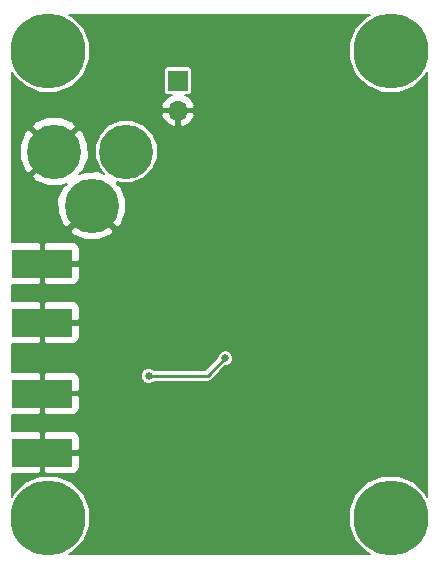
<source format=gbl>
G04 #@! TF.FileFunction,Copper,L2,Bot,Signal*
%FSLAX46Y46*%
G04 Gerber Fmt 4.6, Leading zero omitted, Abs format (unit mm)*
G04 Created by KiCad (PCBNEW (after 2015-mar-04 BZR unknown)-product) date 1/14/2019 11:59:39 AM*
%MOMM*%
G01*
G04 APERTURE LIST*
%ADD10C,0.150000*%
%ADD11R,1.700000X1.700000*%
%ADD12O,1.700000X1.700000*%
%ADD13C,4.600000*%
%ADD14R,5.080000X2.413000*%
%ADD15C,6.350000*%
%ADD16C,0.635000*%
%ADD17C,0.254000*%
%ADD18C,0.203200*%
G04 APERTURE END LIST*
D10*
D11*
X14500000Y-6000000D03*
D12*
X14500000Y-8540000D03*
D13*
X4000000Y-12000000D03*
X10100000Y-12000000D03*
X7200000Y-16600000D03*
D14*
X3000000Y-37500000D03*
X3000000Y-32500000D03*
X3000000Y-26500000D03*
X3000000Y-21500000D03*
D15*
X3500000Y-43000000D03*
X32500000Y-43000000D03*
X3500000Y-3500000D03*
X32500000Y-3500000D03*
D16*
X26000000Y-24500000D03*
X13500000Y-36000000D03*
X9000000Y-32500000D03*
X6500000Y-37500000D03*
X6500000Y-32500000D03*
X6500000Y-21500000D03*
X6500000Y-26500000D03*
X24000000Y-15000000D03*
X18500000Y-29500000D03*
X12000000Y-31000000D03*
D17*
X12000000Y-31000000D02*
X17000000Y-31000000D01*
X17000000Y-31000000D02*
X18500000Y-29500000D01*
D18*
G36*
X35594400Y-41243634D02*
X35494843Y-41002688D01*
X34502536Y-40008648D01*
X33205361Y-39470014D01*
X31800801Y-39468788D01*
X30502688Y-40005157D01*
X29508648Y-40997464D01*
X28970014Y-42294639D01*
X28968788Y-43699199D01*
X29505157Y-44997312D01*
X30497464Y-45991352D01*
X30745631Y-46094400D01*
X19173217Y-46094400D01*
X19173217Y-29366699D01*
X19070959Y-29119217D01*
X18881778Y-28929706D01*
X18634475Y-28827017D01*
X18366699Y-28826783D01*
X18119217Y-28929041D01*
X17929706Y-29118222D01*
X17827017Y-29365525D01*
X17826907Y-29490593D01*
X16800100Y-30517400D01*
X15909910Y-30517400D01*
X15909910Y-8917607D01*
X15909910Y-8162393D01*
X15763975Y-7810046D01*
X15388419Y-7381908D01*
X15044927Y-7212567D01*
X15350000Y-7212567D01*
X15485589Y-7186259D01*
X15604759Y-7107977D01*
X15684531Y-6989799D01*
X15712567Y-6850000D01*
X15712567Y-5150000D01*
X15686259Y-5014411D01*
X15607977Y-4895241D01*
X15489799Y-4815469D01*
X15350000Y-4787433D01*
X13650000Y-4787433D01*
X13514411Y-4813741D01*
X13395241Y-4892023D01*
X13315469Y-5010201D01*
X13287433Y-5150000D01*
X13287433Y-6850000D01*
X13313741Y-6985589D01*
X13392023Y-7104759D01*
X13510201Y-7184531D01*
X13650000Y-7212567D01*
X13955072Y-7212567D01*
X13611581Y-7381908D01*
X13236025Y-7810046D01*
X13090090Y-8162393D01*
X13201714Y-8387600D01*
X14347600Y-8387600D01*
X14347600Y-8367600D01*
X14652400Y-8367600D01*
X14652400Y-8387600D01*
X15798286Y-8387600D01*
X15909910Y-8162393D01*
X15909910Y-8917607D01*
X15798286Y-8692400D01*
X14652400Y-8692400D01*
X14652400Y-9839234D01*
X14877609Y-9949921D01*
X15388419Y-9698092D01*
X15763975Y-9269954D01*
X15909910Y-8917607D01*
X15909910Y-30517400D01*
X14347600Y-30517400D01*
X14347600Y-9839234D01*
X14347600Y-8692400D01*
X13201714Y-8692400D01*
X13090090Y-8917607D01*
X13236025Y-9269954D01*
X13611581Y-9698092D01*
X14122391Y-9949921D01*
X14347600Y-9839234D01*
X14347600Y-30517400D01*
X12756060Y-30517400D01*
X12756060Y-11474086D01*
X12352621Y-10497689D01*
X11606240Y-9750005D01*
X10630549Y-9344862D01*
X9574086Y-9343940D01*
X8597689Y-9747379D01*
X7850005Y-10493760D01*
X7444862Y-11469451D01*
X7443940Y-12525914D01*
X7847379Y-13502311D01*
X8217802Y-13873381D01*
X7743436Y-13683597D01*
X6916403Y-13693624D01*
X6586011Y-13697631D01*
X6110233Y-13894704D01*
X6094785Y-13879256D01*
X6486441Y-13618128D01*
X6916403Y-12543436D01*
X6902369Y-11386011D01*
X6486441Y-10381872D01*
X6094784Y-10120742D01*
X5879258Y-10336268D01*
X5879258Y-9905216D01*
X5618128Y-9513559D01*
X4543436Y-9083597D01*
X3386011Y-9097631D01*
X2381872Y-9513559D01*
X2120742Y-9905216D01*
X4000000Y-11784474D01*
X5879258Y-9905216D01*
X5879258Y-10336268D01*
X4215526Y-12000000D01*
X4229668Y-12014142D01*
X4014142Y-12229668D01*
X4000000Y-12215526D01*
X3784474Y-12431052D01*
X3784474Y-12000000D01*
X1905216Y-10120742D01*
X1513559Y-10381872D01*
X1083597Y-11456564D01*
X1097631Y-12613989D01*
X1513559Y-13618128D01*
X1905216Y-13879258D01*
X3784474Y-12000000D01*
X3784474Y-12431052D01*
X2120742Y-14094784D01*
X2381872Y-14486441D01*
X3456564Y-14916403D01*
X4613989Y-14902369D01*
X5089766Y-14705295D01*
X5105214Y-14720743D01*
X4713559Y-14981872D01*
X4283597Y-16056564D01*
X4297631Y-17213989D01*
X4713559Y-18218128D01*
X5105216Y-18479258D01*
X6984474Y-16600000D01*
X6970331Y-16585857D01*
X7185857Y-16370331D01*
X7200000Y-16384474D01*
X7214142Y-16370331D01*
X7429668Y-16585857D01*
X7415526Y-16600000D01*
X9294784Y-18479258D01*
X9686441Y-18218128D01*
X10116403Y-17143436D01*
X10102369Y-15986011D01*
X9686441Y-14981872D01*
X9294785Y-14720743D01*
X9404062Y-14611467D01*
X9361301Y-14568706D01*
X9569451Y-14655138D01*
X10625914Y-14656060D01*
X11602311Y-14252621D01*
X12349995Y-13506240D01*
X12755138Y-12530549D01*
X12756060Y-11474086D01*
X12756060Y-30517400D01*
X12469319Y-30517400D01*
X12381778Y-30429706D01*
X12134475Y-30327017D01*
X11866699Y-30326783D01*
X11619217Y-30429041D01*
X11429706Y-30618222D01*
X11327017Y-30865525D01*
X11326783Y-31133301D01*
X11429041Y-31380783D01*
X11618222Y-31570294D01*
X11865525Y-31672983D01*
X12133301Y-31673217D01*
X12380783Y-31570959D01*
X12469296Y-31482600D01*
X17000000Y-31482600D01*
X17184683Y-31445864D01*
X17341250Y-31341250D01*
X18509390Y-30173108D01*
X18633301Y-30173217D01*
X18880783Y-30070959D01*
X19070294Y-29881778D01*
X19172983Y-29634475D01*
X19173217Y-29366699D01*
X19173217Y-46094400D01*
X10116403Y-46094400D01*
X9079258Y-46094400D01*
X9079258Y-18694784D01*
X7200000Y-16815526D01*
X6984474Y-17031052D01*
X5320742Y-18694784D01*
X5581872Y-19086441D01*
X6656564Y-19516403D01*
X7813989Y-19502369D01*
X8818128Y-19086441D01*
X9079258Y-18694784D01*
X9079258Y-46094400D01*
X5256365Y-46094400D01*
X5497312Y-45994843D01*
X6491352Y-45002536D01*
X7029986Y-43705361D01*
X7031212Y-42300801D01*
X6494843Y-41002688D01*
X6149600Y-40656842D01*
X6149600Y-38827757D01*
X6149600Y-38585243D01*
X6149600Y-37804800D01*
X6149600Y-37195200D01*
X6149600Y-36414757D01*
X6149600Y-36172243D01*
X6149600Y-33827757D01*
X6149600Y-33585243D01*
X6149600Y-32804800D01*
X6149600Y-32195200D01*
X6149600Y-31414757D01*
X6149600Y-31172243D01*
X6149600Y-27827757D01*
X6149600Y-27585243D01*
X6149600Y-26804800D01*
X6149600Y-26195200D01*
X6149600Y-25414757D01*
X6149600Y-25172243D01*
X6149600Y-22827757D01*
X6149600Y-22585243D01*
X6149600Y-21804800D01*
X6149600Y-21195200D01*
X6149600Y-20414757D01*
X6149600Y-20172243D01*
X6056794Y-19948189D01*
X5885311Y-19776706D01*
X5661257Y-19683900D01*
X3304800Y-19683900D01*
X3152400Y-19836300D01*
X3152400Y-21347600D01*
X5997200Y-21347600D01*
X6149600Y-21195200D01*
X6149600Y-21804800D01*
X5997200Y-21652400D01*
X3152400Y-21652400D01*
X3152400Y-23163700D01*
X3304800Y-23316100D01*
X5661257Y-23316100D01*
X5885311Y-23223294D01*
X6056794Y-23051811D01*
X6149600Y-22827757D01*
X6149600Y-25172243D01*
X6056794Y-24948189D01*
X5885311Y-24776706D01*
X5661257Y-24683900D01*
X3304800Y-24683900D01*
X3152400Y-24836300D01*
X3152400Y-26347600D01*
X5997200Y-26347600D01*
X6149600Y-26195200D01*
X6149600Y-26804800D01*
X5997200Y-26652400D01*
X3152400Y-26652400D01*
X3152400Y-28163700D01*
X3304800Y-28316100D01*
X5661257Y-28316100D01*
X5885311Y-28223294D01*
X6056794Y-28051811D01*
X6149600Y-27827757D01*
X6149600Y-31172243D01*
X6056794Y-30948189D01*
X5885311Y-30776706D01*
X5661257Y-30683900D01*
X3304800Y-30683900D01*
X3152400Y-30836300D01*
X3152400Y-32347600D01*
X5997200Y-32347600D01*
X6149600Y-32195200D01*
X6149600Y-32804800D01*
X5997200Y-32652400D01*
X3152400Y-32652400D01*
X3152400Y-34163700D01*
X3304800Y-34316100D01*
X5661257Y-34316100D01*
X5885311Y-34223294D01*
X6056794Y-34051811D01*
X6149600Y-33827757D01*
X6149600Y-36172243D01*
X6056794Y-35948189D01*
X5885311Y-35776706D01*
X5661257Y-35683900D01*
X3304800Y-35683900D01*
X3152400Y-35836300D01*
X3152400Y-37347600D01*
X5997200Y-37347600D01*
X6149600Y-37195200D01*
X6149600Y-37804800D01*
X5997200Y-37652400D01*
X3152400Y-37652400D01*
X3152400Y-39163700D01*
X3304800Y-39316100D01*
X5661257Y-39316100D01*
X5885311Y-39223294D01*
X6056794Y-39051811D01*
X6149600Y-38827757D01*
X6149600Y-40656842D01*
X5502536Y-40008648D01*
X4205361Y-39470014D01*
X2800801Y-39468788D01*
X1502688Y-40005157D01*
X508648Y-40997464D01*
X405600Y-41245631D01*
X405600Y-39316100D01*
X2695200Y-39316100D01*
X2847600Y-39163700D01*
X2847600Y-37652400D01*
X2827600Y-37652400D01*
X2827600Y-37347600D01*
X2847600Y-37347600D01*
X2847600Y-35836300D01*
X2695200Y-35683900D01*
X405600Y-35683900D01*
X405600Y-34316100D01*
X2695200Y-34316100D01*
X2847600Y-34163700D01*
X2847600Y-32652400D01*
X2827600Y-32652400D01*
X2827600Y-32347600D01*
X2847600Y-32347600D01*
X2847600Y-30836300D01*
X2695200Y-30683900D01*
X405600Y-30683900D01*
X405600Y-28316100D01*
X2695200Y-28316100D01*
X2847600Y-28163700D01*
X2847600Y-26652400D01*
X2827600Y-26652400D01*
X2827600Y-26347600D01*
X2847600Y-26347600D01*
X2847600Y-24836300D01*
X2695200Y-24683900D01*
X405600Y-24683900D01*
X405600Y-23316100D01*
X2695200Y-23316100D01*
X2847600Y-23163700D01*
X2847600Y-21652400D01*
X2827600Y-21652400D01*
X2827600Y-21347600D01*
X2847600Y-21347600D01*
X2847600Y-19836300D01*
X2695200Y-19683900D01*
X405600Y-19683900D01*
X405600Y-5256365D01*
X505157Y-5497312D01*
X1497464Y-6491352D01*
X2794639Y-7029986D01*
X4199199Y-7031212D01*
X5497312Y-6494843D01*
X6491352Y-5502536D01*
X7029986Y-4205361D01*
X7031212Y-2800801D01*
X6494843Y-1502688D01*
X5502536Y-508648D01*
X5254368Y-405600D01*
X30743634Y-405600D01*
X30502688Y-505157D01*
X29508648Y-1497464D01*
X28970014Y-2794639D01*
X28968788Y-4199199D01*
X29505157Y-5497312D01*
X30497464Y-6491352D01*
X31794639Y-7029986D01*
X33199199Y-7031212D01*
X34497312Y-6494843D01*
X35491352Y-5502536D01*
X35594400Y-5254368D01*
X35594400Y-41243634D01*
X35594400Y-41243634D01*
G37*
X35594400Y-41243634D02*
X35494843Y-41002688D01*
X34502536Y-40008648D01*
X33205361Y-39470014D01*
X31800801Y-39468788D01*
X30502688Y-40005157D01*
X29508648Y-40997464D01*
X28970014Y-42294639D01*
X28968788Y-43699199D01*
X29505157Y-44997312D01*
X30497464Y-45991352D01*
X30745631Y-46094400D01*
X19173217Y-46094400D01*
X19173217Y-29366699D01*
X19070959Y-29119217D01*
X18881778Y-28929706D01*
X18634475Y-28827017D01*
X18366699Y-28826783D01*
X18119217Y-28929041D01*
X17929706Y-29118222D01*
X17827017Y-29365525D01*
X17826907Y-29490593D01*
X16800100Y-30517400D01*
X15909910Y-30517400D01*
X15909910Y-8917607D01*
X15909910Y-8162393D01*
X15763975Y-7810046D01*
X15388419Y-7381908D01*
X15044927Y-7212567D01*
X15350000Y-7212567D01*
X15485589Y-7186259D01*
X15604759Y-7107977D01*
X15684531Y-6989799D01*
X15712567Y-6850000D01*
X15712567Y-5150000D01*
X15686259Y-5014411D01*
X15607977Y-4895241D01*
X15489799Y-4815469D01*
X15350000Y-4787433D01*
X13650000Y-4787433D01*
X13514411Y-4813741D01*
X13395241Y-4892023D01*
X13315469Y-5010201D01*
X13287433Y-5150000D01*
X13287433Y-6850000D01*
X13313741Y-6985589D01*
X13392023Y-7104759D01*
X13510201Y-7184531D01*
X13650000Y-7212567D01*
X13955072Y-7212567D01*
X13611581Y-7381908D01*
X13236025Y-7810046D01*
X13090090Y-8162393D01*
X13201714Y-8387600D01*
X14347600Y-8387600D01*
X14347600Y-8367600D01*
X14652400Y-8367600D01*
X14652400Y-8387600D01*
X15798286Y-8387600D01*
X15909910Y-8162393D01*
X15909910Y-8917607D01*
X15798286Y-8692400D01*
X14652400Y-8692400D01*
X14652400Y-9839234D01*
X14877609Y-9949921D01*
X15388419Y-9698092D01*
X15763975Y-9269954D01*
X15909910Y-8917607D01*
X15909910Y-30517400D01*
X14347600Y-30517400D01*
X14347600Y-9839234D01*
X14347600Y-8692400D01*
X13201714Y-8692400D01*
X13090090Y-8917607D01*
X13236025Y-9269954D01*
X13611581Y-9698092D01*
X14122391Y-9949921D01*
X14347600Y-9839234D01*
X14347600Y-30517400D01*
X12756060Y-30517400D01*
X12756060Y-11474086D01*
X12352621Y-10497689D01*
X11606240Y-9750005D01*
X10630549Y-9344862D01*
X9574086Y-9343940D01*
X8597689Y-9747379D01*
X7850005Y-10493760D01*
X7444862Y-11469451D01*
X7443940Y-12525914D01*
X7847379Y-13502311D01*
X8217802Y-13873381D01*
X7743436Y-13683597D01*
X6916403Y-13693624D01*
X6586011Y-13697631D01*
X6110233Y-13894704D01*
X6094785Y-13879256D01*
X6486441Y-13618128D01*
X6916403Y-12543436D01*
X6902369Y-11386011D01*
X6486441Y-10381872D01*
X6094784Y-10120742D01*
X5879258Y-10336268D01*
X5879258Y-9905216D01*
X5618128Y-9513559D01*
X4543436Y-9083597D01*
X3386011Y-9097631D01*
X2381872Y-9513559D01*
X2120742Y-9905216D01*
X4000000Y-11784474D01*
X5879258Y-9905216D01*
X5879258Y-10336268D01*
X4215526Y-12000000D01*
X4229668Y-12014142D01*
X4014142Y-12229668D01*
X4000000Y-12215526D01*
X3784474Y-12431052D01*
X3784474Y-12000000D01*
X1905216Y-10120742D01*
X1513559Y-10381872D01*
X1083597Y-11456564D01*
X1097631Y-12613989D01*
X1513559Y-13618128D01*
X1905216Y-13879258D01*
X3784474Y-12000000D01*
X3784474Y-12431052D01*
X2120742Y-14094784D01*
X2381872Y-14486441D01*
X3456564Y-14916403D01*
X4613989Y-14902369D01*
X5089766Y-14705295D01*
X5105214Y-14720743D01*
X4713559Y-14981872D01*
X4283597Y-16056564D01*
X4297631Y-17213989D01*
X4713559Y-18218128D01*
X5105216Y-18479258D01*
X6984474Y-16600000D01*
X6970331Y-16585857D01*
X7185857Y-16370331D01*
X7200000Y-16384474D01*
X7214142Y-16370331D01*
X7429668Y-16585857D01*
X7415526Y-16600000D01*
X9294784Y-18479258D01*
X9686441Y-18218128D01*
X10116403Y-17143436D01*
X10102369Y-15986011D01*
X9686441Y-14981872D01*
X9294785Y-14720743D01*
X9404062Y-14611467D01*
X9361301Y-14568706D01*
X9569451Y-14655138D01*
X10625914Y-14656060D01*
X11602311Y-14252621D01*
X12349995Y-13506240D01*
X12755138Y-12530549D01*
X12756060Y-11474086D01*
X12756060Y-30517400D01*
X12469319Y-30517400D01*
X12381778Y-30429706D01*
X12134475Y-30327017D01*
X11866699Y-30326783D01*
X11619217Y-30429041D01*
X11429706Y-30618222D01*
X11327017Y-30865525D01*
X11326783Y-31133301D01*
X11429041Y-31380783D01*
X11618222Y-31570294D01*
X11865525Y-31672983D01*
X12133301Y-31673217D01*
X12380783Y-31570959D01*
X12469296Y-31482600D01*
X17000000Y-31482600D01*
X17184683Y-31445864D01*
X17341250Y-31341250D01*
X18509390Y-30173108D01*
X18633301Y-30173217D01*
X18880783Y-30070959D01*
X19070294Y-29881778D01*
X19172983Y-29634475D01*
X19173217Y-29366699D01*
X19173217Y-46094400D01*
X10116403Y-46094400D01*
X9079258Y-46094400D01*
X9079258Y-18694784D01*
X7200000Y-16815526D01*
X6984474Y-17031052D01*
X5320742Y-18694784D01*
X5581872Y-19086441D01*
X6656564Y-19516403D01*
X7813989Y-19502369D01*
X8818128Y-19086441D01*
X9079258Y-18694784D01*
X9079258Y-46094400D01*
X5256365Y-46094400D01*
X5497312Y-45994843D01*
X6491352Y-45002536D01*
X7029986Y-43705361D01*
X7031212Y-42300801D01*
X6494843Y-41002688D01*
X6149600Y-40656842D01*
X6149600Y-38827757D01*
X6149600Y-38585243D01*
X6149600Y-37804800D01*
X6149600Y-37195200D01*
X6149600Y-36414757D01*
X6149600Y-36172243D01*
X6149600Y-33827757D01*
X6149600Y-33585243D01*
X6149600Y-32804800D01*
X6149600Y-32195200D01*
X6149600Y-31414757D01*
X6149600Y-31172243D01*
X6149600Y-27827757D01*
X6149600Y-27585243D01*
X6149600Y-26804800D01*
X6149600Y-26195200D01*
X6149600Y-25414757D01*
X6149600Y-25172243D01*
X6149600Y-22827757D01*
X6149600Y-22585243D01*
X6149600Y-21804800D01*
X6149600Y-21195200D01*
X6149600Y-20414757D01*
X6149600Y-20172243D01*
X6056794Y-19948189D01*
X5885311Y-19776706D01*
X5661257Y-19683900D01*
X3304800Y-19683900D01*
X3152400Y-19836300D01*
X3152400Y-21347600D01*
X5997200Y-21347600D01*
X6149600Y-21195200D01*
X6149600Y-21804800D01*
X5997200Y-21652400D01*
X3152400Y-21652400D01*
X3152400Y-23163700D01*
X3304800Y-23316100D01*
X5661257Y-23316100D01*
X5885311Y-23223294D01*
X6056794Y-23051811D01*
X6149600Y-22827757D01*
X6149600Y-25172243D01*
X6056794Y-24948189D01*
X5885311Y-24776706D01*
X5661257Y-24683900D01*
X3304800Y-24683900D01*
X3152400Y-24836300D01*
X3152400Y-26347600D01*
X5997200Y-26347600D01*
X6149600Y-26195200D01*
X6149600Y-26804800D01*
X5997200Y-26652400D01*
X3152400Y-26652400D01*
X3152400Y-28163700D01*
X3304800Y-28316100D01*
X5661257Y-28316100D01*
X5885311Y-28223294D01*
X6056794Y-28051811D01*
X6149600Y-27827757D01*
X6149600Y-31172243D01*
X6056794Y-30948189D01*
X5885311Y-30776706D01*
X5661257Y-30683900D01*
X3304800Y-30683900D01*
X3152400Y-30836300D01*
X3152400Y-32347600D01*
X5997200Y-32347600D01*
X6149600Y-32195200D01*
X6149600Y-32804800D01*
X5997200Y-32652400D01*
X3152400Y-32652400D01*
X3152400Y-34163700D01*
X3304800Y-34316100D01*
X5661257Y-34316100D01*
X5885311Y-34223294D01*
X6056794Y-34051811D01*
X6149600Y-33827757D01*
X6149600Y-36172243D01*
X6056794Y-35948189D01*
X5885311Y-35776706D01*
X5661257Y-35683900D01*
X3304800Y-35683900D01*
X3152400Y-35836300D01*
X3152400Y-37347600D01*
X5997200Y-37347600D01*
X6149600Y-37195200D01*
X6149600Y-37804800D01*
X5997200Y-37652400D01*
X3152400Y-37652400D01*
X3152400Y-39163700D01*
X3304800Y-39316100D01*
X5661257Y-39316100D01*
X5885311Y-39223294D01*
X6056794Y-39051811D01*
X6149600Y-38827757D01*
X6149600Y-40656842D01*
X5502536Y-40008648D01*
X4205361Y-39470014D01*
X2800801Y-39468788D01*
X1502688Y-40005157D01*
X508648Y-40997464D01*
X405600Y-41245631D01*
X405600Y-39316100D01*
X2695200Y-39316100D01*
X2847600Y-39163700D01*
X2847600Y-37652400D01*
X2827600Y-37652400D01*
X2827600Y-37347600D01*
X2847600Y-37347600D01*
X2847600Y-35836300D01*
X2695200Y-35683900D01*
X405600Y-35683900D01*
X405600Y-34316100D01*
X2695200Y-34316100D01*
X2847600Y-34163700D01*
X2847600Y-32652400D01*
X2827600Y-32652400D01*
X2827600Y-32347600D01*
X2847600Y-32347600D01*
X2847600Y-30836300D01*
X2695200Y-30683900D01*
X405600Y-30683900D01*
X405600Y-28316100D01*
X2695200Y-28316100D01*
X2847600Y-28163700D01*
X2847600Y-26652400D01*
X2827600Y-26652400D01*
X2827600Y-26347600D01*
X2847600Y-26347600D01*
X2847600Y-24836300D01*
X2695200Y-24683900D01*
X405600Y-24683900D01*
X405600Y-23316100D01*
X2695200Y-23316100D01*
X2847600Y-23163700D01*
X2847600Y-21652400D01*
X2827600Y-21652400D01*
X2827600Y-21347600D01*
X2847600Y-21347600D01*
X2847600Y-19836300D01*
X2695200Y-19683900D01*
X405600Y-19683900D01*
X405600Y-5256365D01*
X505157Y-5497312D01*
X1497464Y-6491352D01*
X2794639Y-7029986D01*
X4199199Y-7031212D01*
X5497312Y-6494843D01*
X6491352Y-5502536D01*
X7029986Y-4205361D01*
X7031212Y-2800801D01*
X6494843Y-1502688D01*
X5502536Y-508648D01*
X5254368Y-405600D01*
X30743634Y-405600D01*
X30502688Y-505157D01*
X29508648Y-1497464D01*
X28970014Y-2794639D01*
X28968788Y-4199199D01*
X29505157Y-5497312D01*
X30497464Y-6491352D01*
X31794639Y-7029986D01*
X33199199Y-7031212D01*
X34497312Y-6494843D01*
X35491352Y-5502536D01*
X35594400Y-5254368D01*
X35594400Y-41243634D01*
M02*

</source>
